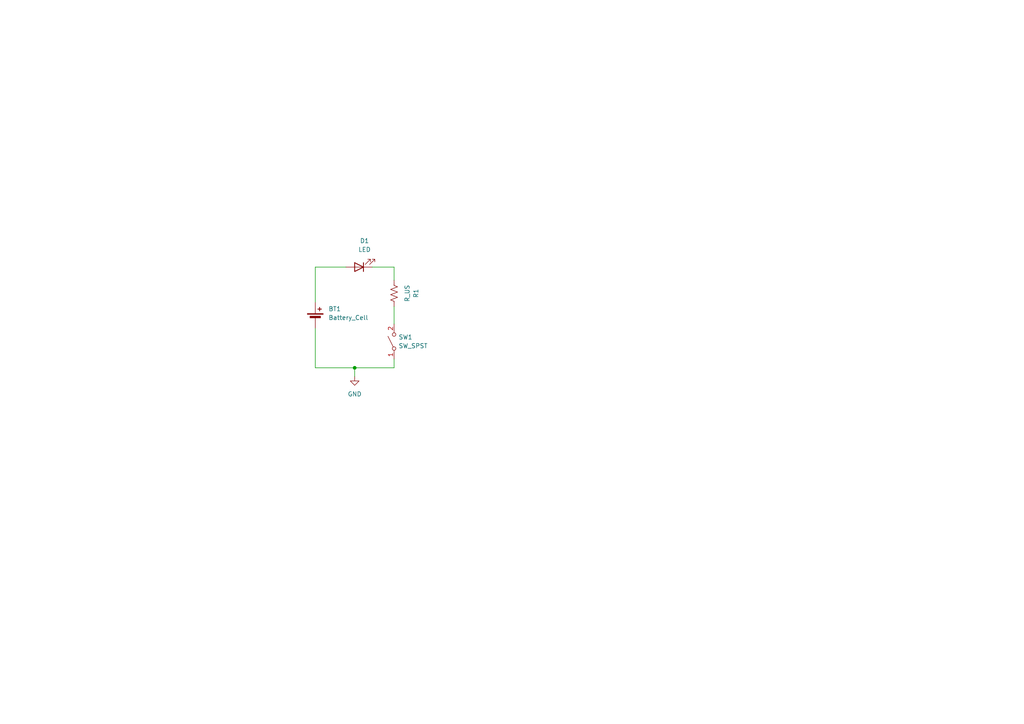
<source format=kicad_sch>
(kicad_sch (version 20231120) (generator "eeschema") (generator_version "8.0")
  (paper "A4")
  (lib_symbols
    (symbol "Device:Battery_Cell" (pin_numbers hide) (pin_names (offset 0) hide)
      (property "Reference" "BT" (at 2.54 2.54 0))
      (property "Value" "Battery_Cell" (at 2.54 0 0))
      (symbol "Battery_Cell_0_1"
        (rectangle (start -2.286 1.778) (end 2.286 1.524) (fill (type outline)))
        (rectangle (start -1.524 1.016) (end 1.524 0.508) (fill (type outline)))
        (polyline (pts (xy 0 0.762) (xy 0 0)))
        (polyline (pts (xy 0 1.778) (xy 0 2.54)))
        (polyline (pts (xy 0.762 3.048) (xy 1.778 3.048)) (stroke (width 0.254)))
        (polyline (pts (xy 1.27 3.556) (xy 1.27 2.54)) (stroke (width 0.254)))
      )
      (symbol "Battery_Cell_1_1"
        (pin passive line (at 0 5.08 270) (length 2.54) (name "+") (number "1"))
        (pin passive line (at 0 -2.54 90) (length 2.54) (name "-") (number "2"))
      )
    )
    (symbol "Device:LED" (pin_numbers hide) (pin_names (offset 1.016) hide)
      (property "Reference" "D" (at 0 2.54 0))
      (property "Value" "LED" (at 0 -2.54 0))
      (symbol "LED_0_1"
        (polyline (pts (xy -1.27 -1.27) (xy -1.27 1.27)) (stroke (width 0.254)))
        (polyline (pts (xy -1.27 0) (xy 1.27 0)))
        (polyline (pts (xy 1.27 -1.27) (xy 1.27 1.27) (xy -1.27 0) (xy 1.27 -1.27)) (stroke (width 0.254)))
        (polyline (pts (xy -3.048 -0.762) (xy -4.572 -2.286) (xy -3.81 -2.286) (xy -4.572 -2.286) (xy -4.572 -1.524)))
        (polyline (pts (xy -1.778 -0.762) (xy -3.302 -2.286) (xy -2.54 -2.286) (xy -3.302 -2.286) (xy -3.302 -1.524)))
      )
      (symbol "LED_1_1"
        (pin passive line (at -3.81 0 0) (length 2.54) (name "K") (number "1"))
        (pin passive line (at 3.81 0 180) (length 2.54) (name "A") (number "2"))
      )
    )
    (symbol "Device:R_US" (pin_numbers hide) (pin_names (offset 0))
      (property "Reference" "R" (at 2.54 0 90))
      (property "Value" "R_US" (at -2.54 0 90))
      (symbol "R_US_0_1"
        (polyline (pts (xy 0 -2.286) (xy 0 -2.54)))
        (polyline (pts (xy 0 2.286) (xy 0 2.54)))
        (polyline (pts (xy 0 -0.762) (xy 1.016 -1.143) (xy 0 -1.524) (xy -1.016 -1.905) (xy 0 -2.286)))
        (polyline (pts (xy 0 0.762) (xy 1.016 0.381) (xy 0 0) (xy -1.016 -0.381) (xy 0 -0.762)))
        (polyline (pts (xy 0 2.286) (xy 1.016 1.905) (xy 0 1.524) (xy -1.016 1.143) (xy 0 0.762)))
      )
      (symbol "R_US_1_1"
        (pin passive line (at 0 3.81 270) (length 1.27) (name "~") (number "1"))
        (pin passive line (at 0 -3.81 90) (length 1.27) (name "~") (number "2"))
      )
    )
    (symbol "Switch:SW_SPST" (pin_names (offset 0) hide)
      (property "Reference" "SW" (at 0 3.175 0))
      (property "Value" "SW_SPST" (at 0 -2.54 0))
      (symbol "SW_SPST_0_0"
        (circle (center -2.032 0) (radius 0.508))
        (polyline (pts (xy -1.524 0.254) (xy 1.524 1.778)))
        (circle (center 2.032 0) (radius 0.508))
      )
      (symbol "SW_SPST_1_1"
        (pin passive line (at -5.08 0 0) (length 2.54) (name "A") (number "1"))
        (pin passive line (at 5.08 0 180) (length 2.54) (name "B") (number "2"))
      )
    )
    (symbol "power:GND" (power) (pin_numbers hide) (pin_names (offset 0) hide)
      (property "Value" "GND" (at 0 -3.81 0))
      (symbol "GND_0_1"
        (polyline (pts (xy 0 0) (xy 0 -1.27) (xy 1.27 -1.27) (xy 0 -2.54) (xy -1.27 -1.27) (xy 0 -1.27)))
      )
      (symbol "GND_1_1"
        (pin power_in line (at 0 0 270) (length 0) (name "~") (number "1"))
      )
    )
  )
  (junction (at 102.87 106.68))
  (wire (pts (xy 114.3 106.68) (xy 114.3 104.14)))
  (wire (pts (xy 114.3 77.47) (xy 114.3 81.28)))
  (wire (pts (xy 91.44 87.63) (xy 91.44 77.47)))
  (wire (pts (xy 91.44 106.68) (xy 102.87 106.68)))
  (wire (pts (xy 91.44 95.25) (xy 91.44 106.68)))
  (wire (pts (xy 102.87 106.68) (xy 102.87 109.22)))
  (wire (pts (xy 107.95 77.47) (xy 114.3 77.47)))
  (wire (pts (xy 114.3 88.9) (xy 114.3 93.98)))
  (wire (pts (xy 102.87 106.68) (xy 114.3 106.68)))
  (wire (pts (xy 91.44 77.47) (xy 100.33 77.47)))
  (symbol (lib_id "Device:LED") (at 104.14 77.47 180) (unit 1)
    (property "Reference" "D1" (at 105.7275 69.85 0))
    (property "Value" "LED" (at 105.7275 72.39 0))
    (property "Footprint" "LED_SMD:LED_2512_6332Metric" (effects (hide yes)))
    (property "Description" "Light emitting diode" (effects (hide yes)))
  )
  (symbol (lib_id "Switch:SW_SPST") (at 114.3 99.06 90) (unit 1)
    (property "Reference" "SW1" (at 115.57 97.7899 90) (effects (justify right)))
    (property "Value" "SW_SPST" (at 115.57 100.3299 90) (effects (justify right)))
    (property "Footprint" "Button_Switch_THT:SW_PUSH_6mm" (effects (hide yes)))
    (property "Description" "Single Pole Single Throw (SPST) switch" (effects (hide yes)))
  )
  (symbol (lib_id "Device:Battery_Cell") (at 91.44 92.71 0) (unit 1)
    (property "Reference" "BT1" (at 95.25 89.5984 0) (effects (justify left)))
    (property "Value" "Battery_Cell" (at 95.25 92.1384 0) (effects (justify left)))
    (property "Footprint" "Battery:BatteryHolder_Keystone_103_1x20mm" (effects (hide yes)))
    (property "Description" "Single-cell battery" (effects (hide yes)))
  )
  (symbol (lib_id "power:GND") (at 102.87 109.22 0) (unit 1)
    (property "Reference" "#PWR01" (effects (hide yes)))
    (property "Value" "GND" (at 102.87 114.3 0))
    (property "Description" "Power symbol creates a global label with name \"GND\" , ground" (effects (hide yes)))
  )
  (symbol (lib_id "Device:R_US") (at 114.3 85.09 0) (unit 1)
    (property "Reference" "R1" (at 120.65 85.09 90))
    (property "Value" "R_US" (at 118.11 85.09 90))
    (property "Footprint" "Resistor_SMD:R_2512_6332Metric_Pad1.40x3.35mm_HandSolder" (effects (hide yes)))
    (property "Description" "Resistor, US symbol" (effects (hide yes)))
  )
)
</source>
